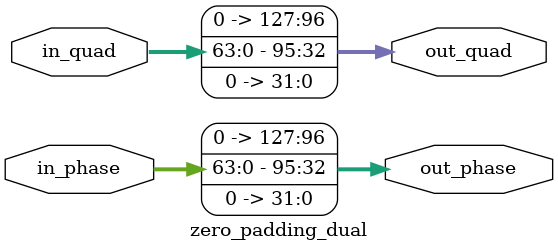
<source format=v>
module zero_padding_dual (
    input  wire [63:0] in_phase,   // 64-bit in-phase input
    input  wire [63:0] in_quad,    // 64-bit quadrature input
    output wire [127:0] out_phase, // 128-bit in-phase output after padding
    output wire [127:0] out_quad   // 128-bit quadrature output after padding
);
    assign out_phase = {32'b0, in_phase, 32'b0};
    assign out_quad  = {32'b0, in_quad, 32'b0};
endmodule

</source>
